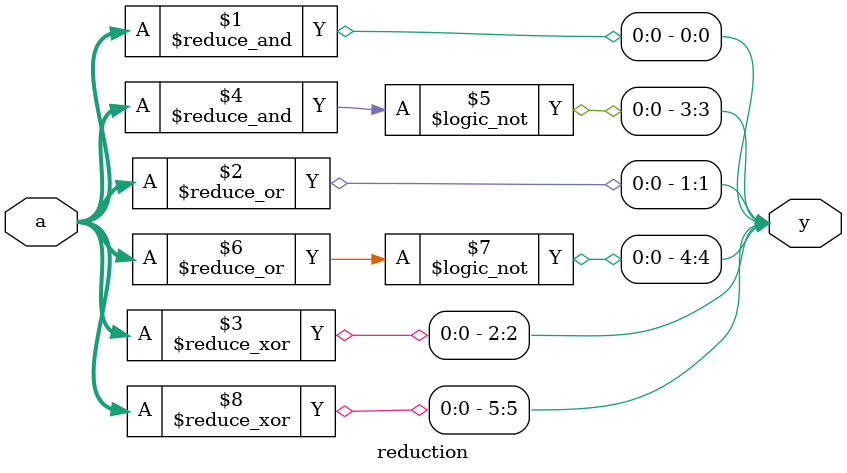
<source format=v>
module reduction(input[3:0] a,output[5:0] y);
  assign y[0]=&a;
  assign y[1]=|a;
  assign y[2]=^a;
  assign y[3]=~&a; 
  assign y[4]=~|a;   
  assign y[5]=^a;
endmodule

</source>
